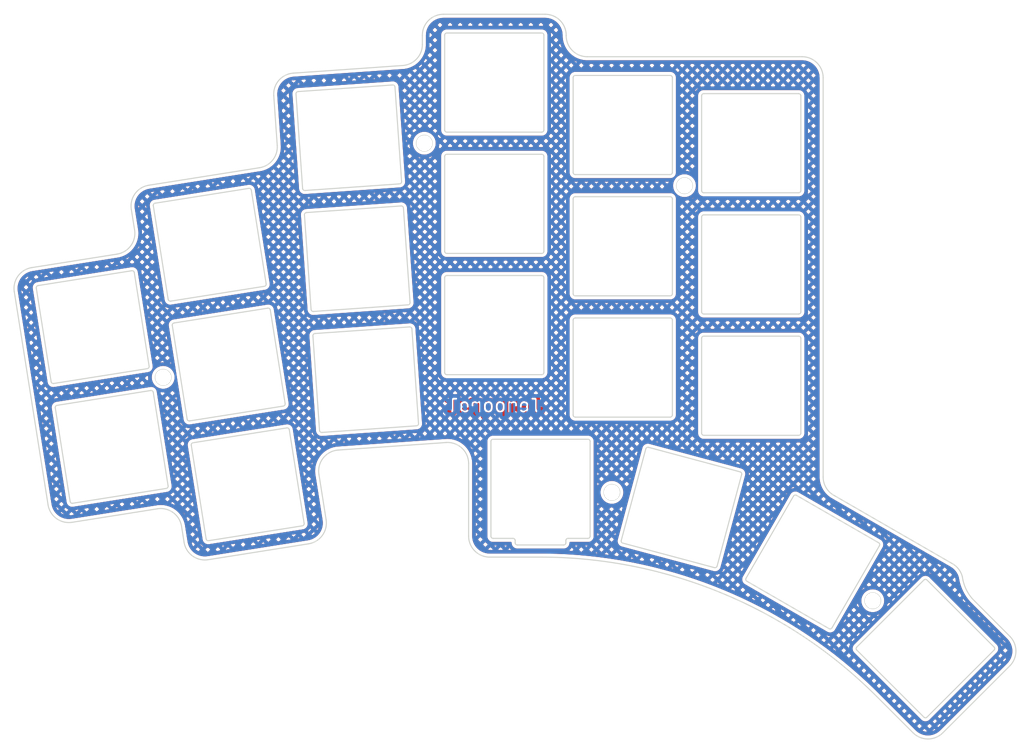
<source format=kicad_pcb>
(kicad_pcb (version 20241229) (generator "pcbnew") (generator_version "9.0")
  (title_block (title "top_plate_42") (date "2026-01-23") (rev "1") (company "Curtis Bollinger"))
  (layers (0 "F.Cu" signal) (2 "B.Cu" signal) (13 "F.Paste" user) (15 "B.Paste" user) (5 "F.SilkS" user "F.Silkscreen") (7 "B.SilkS" user "B.Silkscreen") (1 "F.Mask" user) (3 "B.Mask" user) (25 "Edge.Cuts" user))
  (net 0 "")
  (net 1 "GND")
  (footprint "ceoloide:mounting_hole_npth" (layer "F.Cu") (at 237.589872 126.585966)
    (property "Reference" "MH2" (hide yes))
    (property "Value" "")
    (pad "" np_thru_hole circle (at 0 0) (size 2.2 2.2) (drill 2.2) (layers "*.Cu" "*.Mask"))
  )
  (footprint "ceoloide:mounting_hole_npth" (layer "F.Cu") (at 263.966131 184.777683 -30)
    (property "Reference" "MH3" (hide yes))
    (property "Value" "")
    (pad "" np_thru_hole circle (at 0 0 330) (size 2.2 2.2) (drill 2.2) (layers "*.Cu" "*.Mask"))
  )
  (footprint "ceoloide:mounting_hole_npth" (layer "F.Cu") (at 164.554425 153.460789 9)
    (property "Reference" "MH5" (hide yes))
    (property "Value" "")
    (pad "" np_thru_hole circle (at 0 0 9) (size 2.2 2.2) (drill 2.2) (layers "*.Cu" "*.Mask"))
  )
  (footprint "ceoloide:mounting_hole_npth" (layer "F.Cu") (at 201.139872 120.635966)
    (property "Reference" "MH1" (hide yes))
    (property "Value" "")
    (pad "" np_thru_hole circle (at 0 0) (size 2.2 2.2) (drill 2.2) (layers "*.Cu" "*.Mask"))
  )
  (footprint "ceoloide:mounting_hole_npth" (layer "F.Cu") (at 227.419872 169.585966)
    (property "Reference" "MH4" (hide yes))
    (property "Value" "")
    (pad "" np_thru_hole circle (at 0 0) (size 2.2 2.2) (drill 2.2) (layers "*.Cu" "*.Mask"))
  )
  (gr_line (start 200.864372 106.798254) (end 200.864372 105.510466) (stroke (width 0.15)) (layer "Edge.Cuts"))
  (gr_line (start 222.289872 142.035966) (end 235.589872 142.035966) (stroke (width 0.15)) (layer "Edge.Cuts"))
  (gr_line (start 217.889872 135.785966) (end 217.889872 122.485966) (stroke (width 0.15)) (layer "Edge.Cuts"))
  (gr_line (start 217.889872 118.785966) (end 217.889872 105.485966) (stroke (width 0.15)) (layer "Edge.Cuts"))
  (gr_line (start 221.015372 105.560466) (end 221.015372 105.510466) (stroke (width 0.15)) (layer "Edge.Cuts"))
  (gr_arc (start 217.589872 139.185966) (mid 217.802034 139.273822) (end 217.889872 139.485966) (stroke (width 0.15)) (layer "Edge.Cuts"))
  (gr_arc (start 197.892768 129.430392) (mid 198.110528 129.503244) (end 198.212964 129.708734) (stroke (width 0.15)) (layer "Edge.Cuts"))
  (gr_circle (center 164.554425 153.460789) (end 165.654425 153.460789) (stroke (width 0.15)) (fill no) (layer "Edge.Cuts"))
  (gr_line (start 235.889872 124.735966) (end 235.889872 111.435966) (stroke (width 0.15)) (layer "Edge.Cuts"))
  (gr_line (start 162.541026 126.528675) (end 178.05226 124.071937) (stroke (width 0.15)) (layer "Edge.Cuts"))
  (gr_arc (start 217.889872 118.785966) (mid 217.802014 118.99811) (end 217.589872 119.085966) (stroke (width 0.15)) (layer "Edge.Cuts"))
  (gr_arc (start 235.562726 181.189418) (mid 242.879259 183.732609) (end 249.851136 187.107871) (stroke (width 0.15)) (layer "Edge.Cuts"))
  (gr_arc (start 210.469872 162.435966) (mid 210.55775 162.223846) (end 210.769872 162.135966) (stroke (width 0.15)) (layer "Edge.Cuts"))
  (gr_line (start 280.961223 191.272307) (end 271.556702 181.867787) (stroke (width 0.15)) (layer "Edge.Cuts"))
  (gr_line (start 181.640847 157.143221) (end 179.560268 144.006966) (stroke (width 0.15)) (layer "Edge.Cuts"))
  (gr_arc (start 170.914602 176.357738) (mid 170.691346 176.304125) (end 170.571365 176.108362) (stroke (width 0.15)) (layer "Edge.Cuts"))
  (gr_line (start 253.589872 113.685966) (end 240.289872 113.685966) (stroke (width 0.15)) (layer "Edge.Cuts"))
  (gr_arc (start 160.548745 132.807641) (mid 160.021652 135.003066) (end 158.096546 136.182803) (stroke (width 0.15)) (layer "Edge.Cuts"))
  (gr_line (start 203.989872 122.485966) (end 203.989872 135.785966) (stroke (width 0.15)) (layer "Edge.Cuts"))
  (gr_arc (start 258.249753 188.578739) (mid 258.067584 188.718528) (end 257.839946 188.688547) (stroke (width 0.15)) (layer "Edge.Cuts"))
  (gr_line (start 204.289872 136.085966) (end 217.589872 136.085966) (stroke (width 0.15)) (layer "Edge.Cuts"))
  (gr_line (start 221.989872 111.435966) (end 221.989872 124.735966) (stroke (width 0.15)) (layer "Edge.Cuts"))
  (gr_arc (start 217.589872 105.185966) (mid 217.802034 105.273822) (end 217.889872 105.485966) (stroke (width 0.15)) (layer "Edge.Cuts"))
  (gr_line (start 200.326585 159.934925) (end 199.398824 146.667323) (stroke (width 0.15)) (layer "Edge.Cuts"))
  (gr_line (start 264.492341 198.174012) (end 269.612159 203.29383) (stroke (width 0.15)) (layer "Edge.Cuts"))
  (gr_line (start 253.889872 127.285966) (end 253.889872 113.985966) (stroke (width 0.15)) (layer "Edge.Cuts"))
  (gr_line (start 271.132438 181.867787) (end 261.727918 191.272307) (stroke (width 0.15)) (layer "Edge.Cuts"))
  (gr_line (start 217.589872 139.185966) (end 204.289872 139.185966) (stroke (width 0.15)) (layer "Edge.Cuts"))
  (gr_line (start 253.889872 161.285966) (end 253.889872 147.985966) (stroke (width 0.15)) (layer "Edge.Cuts"))
  (gr_line (start 210.769872 176.035966) (end 213.569872 176.035966) (stroke (width 0.15)) (layer "Edge.Cuts"))
  (gr_arc (start 163.751808 171.888725) (mid 165.947261 172.415801) (end 167.12697 174.340924) (stroke (width 0.15)) (layer "Edge.Cuts"))
  (gr_line (start 189.083561 163.653758) (end 204.18859 162.597511) (stroke (width 0.15)) (layer "Edge.Cuts"))
  (gr_arc (start 151.800779 173.781582) (mid 149.605332 173.2545) (end 148.425617 171.329383) (stroke (width 0.15)) (layer "Edge.Cuts"))
  (gr_arc (start 213.569872 176.035966) (mid 213.782034 176.123822) (end 213.869872 176.335966) (stroke (width 0.15)) (layer "Edge.Cuts"))
  (gr_arc (start 253.889872 144.285966) (mid 253.802014 144.49811) (end 253.589872 144.585966) (stroke (width 0.15)) (layer "Edge.Cuts"))
  (gr_arc (start 197.954865 126.017747) (mid 197.882019 126.235507) (end 197.676523 126.337943) (stroke (width 0.15)) (layer "Edge.Cuts"))
  (gr_arc (start 204.289872 153.085966) (mid 204.07777 152.998086) (end 203.989872 152.785966) (stroke (width 0.15)) (layer "Edge.Cuts"))
  (gr_arc (start 199.078628 146.388981) (mid 199.296386 146.461822) (end 199.398824 146.667323) (stroke (width 0.15)) (layer "Edge.Cuts"))
  (gr_arc (start 271.556702 201.101092) (mid 271.34457 201.18896) (end 271.132438 201.101092) (stroke (width 0.15)) (layer "Edge.Cuts"))
  (gr_arc (start 203.989872 139.485966) (mid 204.07775 139.273846) (end 204.289872 139.185966) (stroke (width 0.15)) (layer "Edge.Cuts"))
  (gr_line (start 199.078628 146.388981) (end 185.811026 147.316742) (stroke (width 0.15)) (layer "Edge.Cuts"))
  (gr_arc (start 254.065372 108.510466) (mid 256.151367 109.374489) (end 257.015372 111.460466) (stroke (width 0.15)) (layer "Edge.Cuts"))
  (gr_line (start 158.096546 136.182803) (end 146.145517 138.07566) (stroke (width 0.15)) (layer "Edge.Cuts"))
  (gr_arc (start 253.589872 130.685966) (mid 253.802034 130.773822) (end 253.889872 130.985966) (stroke (width 0.15)) (layer "Edge.Cuts"))
  (gr_line (start 204.289872 153.085966) (end 217.589872 153.085966) (stroke (width 0.15)) (layer "Edge.Cuts"))
  (gr_arc (start 204.289872 119.085966) (mid 204.07777 118.998086) (end 203.989872 118.785966) (stroke (width 0.15)) (layer "Edge.Cuts"))
  (gr_line (start 240.289872 127.585966) (end 253.589872 127.585966) (stroke (width 0.15)) (layer "Edge.Cuts"))
  (gr_line (start 160.088827 129.903838) (end 160.548745 132.807641) (stroke (width 0.15)) (layer "Edge.Cuts"))
  (gr_line (start 235.589872 128.135966) (end 222.289872 128.135966) (stroke (width 0.15)) (layer "Edge.Cuts"))
  (gr_arc (start 277.875679 184.447544) (mid 276.986206 183.043917) (end 276.523384 181.447943) (stroke (width 0.15)) (layer "Edge.Cuts"))
  (gr_arc (start 151.859706 171.114021) (mid 151.636452 171.060409) (end 151.516469 170.864645) (stroke (width 0.15)) (layer "Edge.Cuts"))
  (gr_line (start 160.162136 138.513873) (end 147.025881 140.594452) (stroke (width 0.15)) (layer "Edge.Cuts"))
  (gr_line (start 218.065372 102.560466) (end 203.814372 102.560466) (stroke (width 0.15)) (layer "Edge.Cuts"))
  (gr_arc (start 264.789946 176.650793) (mid 264.929702 176.832957) (end 264.899753 177.060601) (stroke (width 0.15)) (layer "Edge.Cuts"))
  (gr_line (start 151.800779 173.781582) (end 163.751808 171.888725) (stroke (width 0.15)) (layer "Edge.Cuts"))
  (gr_line (start 165.245337 168.690206) (end 163.164759 155.553951) (stroke (width 0.15)) (layer "Edge.Cuts"))
  (gr_arc (start 246.321808 182.038546) (mid 246.182001 181.85638) (end 246.212 181.628739) (stroke (width 0.15)) (layer "Edge.Cuts"))
  (gr_line (start 176.557646 126.966888) (end 163.421391 129.047466) (stroke (width 0.15)) (layer "Edge.Cuts"))
  (gr_line (start 178.981461 140.352519) (end 176.900882 127.216264) (stroke (width 0.15)) (layer "Edge.Cuts"))
  (gr_arc (start 224.369872 175.735966) (mid 224.282014 175.94811) (end 224.069872 176.035966) (stroke (width 0.15)) (layer "Edge.Cuts"))
  (gr_arc (start 184.300233 173.933923) (mid 184.246654 174.157225) (end 184.050857 174.277159) (stroke (width 0.15)) (layer "Edge.Cuts"))
  (gr_line (start 239.989872 113.985966) (end 239.989872 127.285966) (stroke (width 0.15)) (layer "Edge.Cuts"))
  (gr_line (start 246.321808 182.038546) (end 257.839946 188.688547) (stroke (width 0.15)) (layer "Edge.Cuts"))
  (gr_arc (start 239.989872 113.985966) (mid 240.07775 113.773846) (end 240.289872 113.685966) (stroke (width 0.15)) (layer "Edge.Cuts"))
  (gr_line (start 149.435891 157.72839) (end 151.516469 170.864645) (stroke (width 0.15)) (layer "Edge.Cuts"))
  (gr_arc (start 165.8314 146.181405) (mid 165.885014 145.958156) (end 166.080777 145.838168) (stroke (width 0.15)) (layer "Edge.Cuts"))
  (gr_arc (start 222.289872 125.035966) (mid 222.07777 124.948086) (end 221.989872 124.735966) (stroke (width 0.15)) (layer "Edge.Cuts"))
  (gr_arc (start 242.155204 179.927167) (mid 242.015423 180.10933) (end 241.787781 180.139299) (stroke (width 0.15)) (layer "Edge.Cuts"))
  (gr_line (start 235.889872 158.735966) (end 235.889872 145.435966) (stroke (width 0.15)) (layer "Edge.Cuts"))
  (gr_line (start 197.954865 126.017747) (end 197.027104 112.750145) (stroke (width 0.15)) (layer "Edge.Cuts"))
  (gr_arc (start 180.044786 113.962225) (mid 180.761189 111.821041) (end 182.781819 110.813629) (stroke (width 0.15)) (layer "Edge.Cuts"))
  (gr_line (start 223.965372 108.510466) (end 254.065372 108.510466) (stroke (width 0.15)) (layer "Edge.Cuts"))
  (gr_line (start 165.8314 146.181405) (end 167.911979 159.31766) (stroke (width 0.15)) (layer "Edge.Cuts"))
  (gr_arc (start 252.862 170.110601) (mid 253.044161 169.970828) (end 253.271808 170.000793) (stroke (width 0.15)) (layer "Edge.Cuts"))
  (gr_arc (start 283.157748 189.752029) (mid 284.019893 191.837439) (end 283.155854 193.922064) (stroke (width 0.15)) (layer "Edge.Cuts"))
  (gr_line (start 185.594781 144.224293) (end 198.862383 143.296532) (stroke (width 0.15)) (layer "Edge.Cuts"))
  (gr_arc (start 214.169872 176.960966) (mid 213.95777 176.873086) (end 213.869872 176.660966) (stroke (width 0.15)) (layer "Edge.Cuts"))
  (gr_arc (start 240.289872 144.585966) (mid 240.07777 144.498086) (end 239.989872 144.285966) (stroke (width 0.15)) (layer "Edge.Cuts"))
  (gr_arc (start 199.140725 142.976336) (mid 199.067881 143.194091) (end 198.862383 143.296532) (stroke (width 0.15)) (layer "Edge.Cuts"))
  (gr_arc (start 143.693318 141.450823) (mid 144.220379 139.255348) (end 146.145517 138.07566) (stroke (width 0.15)) (layer "Edge.Cuts"))
  (gr_arc (start 235.889872 158.735966) (mid 235.802014 158.94811) (end 235.589872 159.035966) (stroke (width 0.15)) (layer "Edge.Cuts"))
  (gr_line (start 224.069872 162.135966) (end 210.769872 162.135966) (stroke (width 0.15)) (layer "Edge.Cuts"))
  (gr_arc (start 181.876417 160.548292) (mid 182.099653 160.601915) (end 182.219654 160.797668) (stroke (width 0.15)) (layer "Edge.Cuts"))
  (gr_line (start 235.589872 111.135966) (end 222.289872 111.135966) (stroke (width 0.15)) (layer "Edge.Cuts"))
  (gr_line (start 220.969872 176.660966) (end 220.969872 176.335966) (stroke (width 0.15)) (layer "Edge.Cuts"))
  (gr_line (start 278.032417 184.617381) (end 283.157748 189.752029) (stroke (width 0.15)) (layer "Edge.Cuts"))
  (gr_line (start 240.289872 144.585966) (end 253.589872 144.585966) (stroke (width 0.15)) (layer "Edge.Cuts"))
  (gr_line (start 179.217031 143.75759) (end 166.080777 145.838168) (stroke (width 0.15)) (layer "Edge.Cuts"))
  (gr_arc (start 220.969872 176.335966) (mid 221.05775 176.123846) (end 221.269872 176.035966) (stroke (width 0.15)) (layer "Edge.Cuts"))
  (gr_line (start 184.300233 173.933923) (end 182.219654 160.797668) (stroke (width 0.15)) (layer "Edge.Cuts"))
  (gr_line (start 170.914602 176.357738) (end 184.050857 174.277159) (stroke (width 0.15)) (layer "Edge.Cuts"))
  (gr_arc (start 185.594781 144.224293) (mid 185.377059 144.15142) (end 185.274585 143.945951) (stroke (width 0.15)) (layer "Edge.Cuts"))
  (gr_arc (start 200.864372 106.798254) (mid 200.07188 108.810168) (end 198.120154 109.741068) (stroke (width 0.15)) (layer "Edge.Cuts"))
  (gr_arc (start 235.589872 145.135966) (mid 235.802034 145.223822) (end 235.889872 145.435966) (stroke (width 0.15)) (layer "Edge.Cuts"))
  (gr_line (start 222.289872 159.035966) (end 235.589872 159.035966) (stroke (width 0.15)) (layer "Edge.Cuts"))
  (gr_arc (start 179.217031 143.75759) (mid 179.440322 143.811173) (end 179.560268 144.006966) (stroke (width 0.15)) (layer "Edge.Cuts"))
  (gr_arc (start 261.727918 191.696571) (mid 261.640008 191.484428) (end 261.727918 191.272307) (stroke (width 0.15)) (layer "Edge.Cuts"))
  (gr_line (start 253.589872 147.685966) (end 240.289872 147.685966) (stroke (width 0.15)) (layer "Edge.Cuts"))
  (gr_line (start 258.490372 169.982067) (end 275.131876 179.590044) (stroke (width 0.15)) (layer "Edge.Cuts"))
  (gr_arc (start 163.172015 129.390703) (mid 163.22563 129.16746) (end 163.421391 129.047466) (stroke (width 0.15)) (layer "Edge.Cuts"))
  (gr_arc (start 217.384887 178.661466) (mid 225.599348 179.169839) (end 233.688441 180.687205) (stroke (width 0.15)) (layer "Edge.Cuts"))
  (gr_line (start 253.889872 144.285966) (end 253.889872 130.985966) (stroke (width 0.15)) (layer "Edge.Cuts"))
  (gr_line (start 258.249753 188.578739) (end 264.899753 177.060601) (stroke (width 0.15)) (layer "Edge.Cuts"))
  (gr_arc (start 217.589872 122.185966) (mid 217.802034 122.273822) (end 217.889872 122.485966) (stroke (width 0.15)) (layer "Edge.Cuts"))
  (gr_arc (start 278.032417 184.617381) (mid 277.952383 184.533999) (end 277.875679 184.447544) (stroke (width 0.15)) (layer "Edge.Cuts"))
  (gr_line (start 213.869872 176.335966) (end 213.869872 176.660966) (stroke (width 0.15)) (layer "Edge.Cuts"))
  (gr_arc (start 275.131877 179.590044) (mid 276.018047 180.376377) (end 276.523384 181.447943) (stroke (width 0.15)) (layer "Edge.Cuts"))
  (gr_line (start 167.12697 174.340924) (end 167.480512 176.573099) (stroke (width 0.15)) (layer "Edge.Cuts"))
  (gr_line (start 165.59583 142.776334) (end 178.732085 140.695756) (stroke (width 0.15)) (layer "Edge.Cuts"))
  (gr_line (start 162.821522 155.304575) (end 149.685267 157.385153) (stroke (width 0.15)) (layer "Edge.Cuts"))
  (gr_arc (start 210.294372 178.661466) (mid 208.208437 177.797419) (end 207.344372 175.711466) (stroke (width 0.15)) (layer "Edge.Cuts"))
  (gr_circle (center 237.589872 126.585966) (end 238.689872 126.585966) (stroke (width 0.15)) (fill no) (layer "Edge.Cuts"))
  (gr_arc (start 203.989872 105.485966) (mid 204.07775 105.273846) (end 204.289872 105.185966) (stroke (width 0.15)) (layer "Edge.Cuts"))
  (gr_arc (start 162.821522 155.304575) (mid 163.044822 155.358154) (end 163.164759 155.553951) (stroke (width 0.15)) (layer "Edge.Cuts"))
  (gr_arc (start 184.346824 130.678349) (mid 184.419671 130.460588) (end 184.625166 130.358153) (stroke (width 0.15)) (layer "Edge.Cuts"))
  (gr_arc (start 180.533592 120.952475) (mid 179.899489 122.994695) (end 178.05226 124.071937) (stroke (width 0.15)) (layer "Edge.Cuts"))
  (gr_line (start 180.044786 113.962224) (end 180.533592 120.952475) (stroke (width 0.15)) (layer "Edge.Cuts"))
  (gr_line (start 252.862 170.110601) (end 246.212 181.628739) (stroke (width 0.15)) (layer "Edge.Cuts"))
  (gr_arc (start 253.889872 161.285966) (mid 253.802014 161.49811) (end 253.589872 161.585966) (stroke (width 0.15)) (layer "Edge.Cuts"))
  (gr_line (start 233.688441 180.687205) (end 235.562726 181.189418) (stroke (width 0.15)) (layer "Edge.Cuts"))
  (gr_line (start 203.989872 105.485966) (end 203.989872 118.785966) (stroke (width 0.15)) (layer "Edge.Cuts"))
  (gr_arc (start 183.160964 113.71976) (mid 183.233809 113.502004) (end 183.439306 113.399564) (stroke (width 0.15)) (layer "Edge.Cuts"))
  (gr_arc (start 258.490372 169.982067) (mid 257.41061 168.902288) (end 257.015372 167.427292) (stroke (width 0.15)) (layer "Edge.Cuts"))
  (gr_line (start 151.859706 171.114021) (end 164.995961 169.033443) (stroke (width 0.15)) (layer "Edge.Cuts"))
  (gr_line (start 257.015372 167.427292) (end 257.015372 111.460466) (stroke (width 0.15)) (layer "Edge.Cuts"))
  (gr_arc (start 170.855675 179.025298) (mid 168.660227 178.498215) (end 167.480512 176.573099) (stroke (width 0.15)) (layer "Edge.Cuts"))
  (gr_line (start 221.989872 128.435966) (end 221.989872 141.735966) (stroke (width 0.15)) (layer "Edge.Cuts"))
  (gr_line (start 232.171129 163.482769) (end 228.728835 176.329582) (stroke (width 0.15)) (layer "Edge.Cuts"))
  (gr_arc (start 273.784089 203.29383) (mid 271.698124 204.157865) (end 269.612159 203.29383) (stroke (width 0.15)) (layer "Edge.Cuts"))
  (gr_arc (start 187.38342 173.420788) (mid 186.856355 175.616265) (end 184.931221 176.795951) (stroke (width 0.15)) (layer "Edge.Cuts"))
  (gr_line (start 235.589872 145.135966) (end 222.289872 145.135966) (stroke (width 0.15)) (layer "Edge.Cuts"))
  (gr_arc (start 245.385366 166.71293) (mid 245.567512 166.852711) (end 245.597498 167.080353) (stroke (width 0.15)) (layer "Edge.Cuts"))
  (gr_line (start 143.693318 141.450823) (end 148.425617 171.329383) (stroke (width 0.15)) (layer "Edge.Cuts"))
  (gr_arc (start 168.490786 162.972107) (mid 168.544398 162.748854) (end 168.740162 162.62887) (stroke (width 0.15)) (layer "Edge.Cuts"))
  (gr_arc (start 186.375662 167.058053) (mid 186.980663 164.760185) (end 189.083561 163.653758) (stroke (width 0.15)) (layer "Edge.Cuts"))
  (gr_arc (start 251.531574 188.078073) (mid 258.324363 192.724989) (end 264.492341 198.174012) (stroke (width 0.15)) (layer "Edge.Cuts"))
  (gr_line (start 217.589872 105.185966) (end 204.289872 105.185966) (stroke (width 0.15)) (layer "Edge.Cuts"))
  (gr_line (start 168.490786 162.972107) (end 170.571365 176.108362) (stroke (width 0.15)) (layer "Edge.Cuts"))
  (gr_arc (start 240.289872 161.585966) (mid 240.07777 161.498086) (end 239.989872 161.285966) (stroke (width 0.15)) (layer "Edge.Cuts"))
  (gr_line (start 207.344372 165.540325) (end 207.344372 175.711466) (stroke (width 0.15)) (layer "Edge.Cuts"))
  (gr_line (start 149.20032 154.32332) (end 162.336575 152.242741) (stroke (width 0.15)) (layer "Edge.Cuts"))
  (gr_arc (start 223.965372 108.510466) (mid 221.879437 107.646419) (end 221.015372 105.560466) (stroke (width 0.15)) (layer "Edge.Cuts"))
  (gr_arc (start 200.326585 159.934925) (mid 200.253749 160.152705) (end 200.048243 160.255121) (stroke (width 0.15)) (layer "Edge.Cuts"))
  (gr_line (start 187.38342 173.420788) (end 186.375662 167.058053) (stroke (width 0.15)) (layer "Edge.Cuts"))
  (gr_arc (start 149.435891 157.72839) (mid 149.489511 157.505149) (end 149.685267 157.385153) (stroke (width 0.15)) (layer "Edge.Cuts"))
  (gr_arc (start 220.969872 176.660966) (mid 220.882014 176.87311) (end 220.669872 176.960966) (stroke (width 0.15)) (layer "Edge.Cuts"))
  (gr_line (start 146.776505 140.937689) (end 148.857083 154.073943) (stroke (width 0.15)) (layer "Edge.Cuts"))
  (gr_arc (start 204.289872 136.085966) (mid 204.07777 135.998086) (end 203.989872 135.785966) (stroke (width 0.15)) (layer "Edge.Cuts"))
  (gr_line (start 199.140725 142.976336) (end 198.212964 129.708734) (stroke (width 0.15)) (layer "Edge.Cuts"))
  (gr_line (start 228.940967 176.697006) (end 241.787781 180.139299) (stroke (width 0.15)) (layer "Edge.Cuts"))
  (gr_arc (start 178.981461 140.352519) (mid 178.927835 140.575743) (end 178.732085 140.695756) (stroke (width 0.15)) (layer "Edge.Cuts"))
  (gr_arc (start 228.940967 176.697006) (mid 228.758782 176.557231) (end 228.728835 176.329582) (stroke (width 0.15)) (layer "Edge.Cuts"))
  (gr_arc (start 184.408921 127.265704) (mid 184.19117 127.192847) (end 184.088725 126.987362) (stroke (width 0.15)) (layer "Edge.Cuts"))
  (gr_line (start 242.155204 179.927167) (end 245.597498 167.080353) (stroke (width 0.15)) (layer "Edge.Cuts"))
  (gr_arc (start 235.889872 141.735966) (mid 235.802014 141.94811) (end 235.589872 142.035966) (stroke (width 0.15)) (layer "Edge.Cuts"))
  (gr_line (start 222.289872 125.035966) (end 235.589872 125.035966) (stroke (width 0.15)) (layer "Edge.Cuts"))
  (gr_arc (start 217.889872 152.785966) (mid 217.802014 152.99811) (end 217.589872 153.085966) (stroke (width 0.15)) (layer "Edge.Cuts"))
  (gr_line (start 221.989872 145.435966) (end 221.989872 158.735966) (stroke (width 0.15)) (layer "Edge.Cuts"))
  (gr_arc (start 210.769872 176.035966) (mid 210.55777 175.948086) (end 210.469872 175.735966) (stroke (width 0.15)) (layer "Edge.Cuts"))
  (gr_arc (start 181.640847 157.143221) (mid 181.58727 157.366527) (end 181.391471 157.486458) (stroke (width 0.15)) (layer "Edge.Cuts"))
  (gr_arc (start 176.557646 126.966888) (mid 176.780928 127.020478) (end 176.900882 127.216264) (stroke (width 0.15)) (layer "Edge.Cuts"))
  (gr_circle (center 227.419872 169.585966) (end 228.519872 169.585966) (stroke (width 0.15)) (fill no) (layer "Edge.Cuts"))
  (gr_arc (start 280.961223 191.272307) (mid 281.049066 191.484428) (end 280.961223 191.696571) (stroke (width 0.15)) (layer "Edge.Cuts"))
  (gr_circle (center 263.966131 184.777683) (end 265.066131 184.777683) (stroke (width 0.15)) (fill no) (layer "Edge.Cuts"))
  (gr_line (start 264.789946 176.650793) (end 253.271808 170.000793) (stroke (width 0.15)) (layer "Edge.Cuts"))
  (gr_line (start 249.851136 187.107871) (end 251.531574 188.078073) (stroke (width 0.15)) (layer "Edge.Cuts"))
  (gr_arc (start 218.065372 102.560466) (mid 220.151367 103.424489) (end 221.015372 105.510466) (stroke (width 0.15)) (layer "Edge.Cuts"))
  (gr_line (start 184.408921 127.265704) (end 197.676523 126.337943) (stroke (width 0.15)) (layer "Edge.Cuts"))
  (gr_line (start 168.255216 159.567036) (end 181.391471 157.486458) (stroke (width 0.15)) (layer "Edge.Cuts"))
  (gr_arc (start 221.989872 128.435966) (mid 222.07775 128.223846) (end 222.289872 128.135966) (stroke (width 0.15)) (layer "Edge.Cuts"))
  (gr_line (start 235.889872 141.735966) (end 235.889872 128.435966) (stroke (width 0.15)) (layer "Edge.Cuts"))
  (gr_arc (start 239.989872 130.985966) (mid 240.07775 130.773846) (end 240.289872 130.685966) (stroke (width 0.15)) (layer "Edge.Cuts"))
  (gr_arc (start 162.585951 151.899504) (mid 162.532336 152.122759) (end 162.336575 152.242741) (stroke (width 0.15)) (layer "Edge.Cuts"))
  (gr_arc (start 149.20032 154.32332) (mid 148.977057 154.269714) (end 148.857083 154.073943) (stroke (width 0.15)) (layer "Edge.Cuts"))
  (gr_line (start 186.780641 161.182882) (end 200.048243 160.255121) (stroke (width 0.15)) (layer "Edge.Cuts"))
  (gr_circle (center 201.139872 120.635966) (end 202.239872 120.635966) (stroke (width 0.15)) (fill no) (layer "Edge.Cuts"))
  (gr_arc (start 160.162136 138.513873) (mid 160.385428 138.567458) (end 160.505373 138.763249) (stroke (width 0.15)) (layer "Edge.Cuts"))
  (gr_line (start 203.989872 139.485966) (end 203.989872 152.785966) (stroke (width 0.15)) (layer "Edge.Cuts"))
  (gr_arc (start 196.706908 112.471803) (mid 196.924639 112.544672) (end 197.027104 112.750145) (stroke (width 0.15)) (layer "Edge.Cuts"))
  (gr_arc (start 235.589872 111.135966) (mid 235.802034 111.223822) (end 235.889872 111.435966) (stroke (width 0.15)) (layer "Edge.Cuts"))
  (gr_arc (start 253.589872 147.685966) (mid 253.802034 147.773822) (end 253.889872 147.985966) (stroke (width 0.15)) (layer "Edge.Cuts"))
  (gr_line (start 217.889872 152.785966) (end 217.889872 139.485966) (stroke (width 0.15)) (layer "Edge.Cuts"))
  (gr_arc (start 217.889872 135.785966) (mid 217.802014 135.99811) (end 217.589872 136.085966) (stroke (width 0.15)) (layer "Edge.Cuts"))
  (gr_arc (start 160.088827 129.903838) (mid 160.615928 127.708419) (end 162.541026 126.528675) (stroke (width 0.15)) (layer "Edge.Cuts"))
  (gr_line (start 210.294372 178.661466) (end 217.384887 178.661466) (stroke (width 0.15)) (layer "Edge.Cuts"))
  (gr_line (start 239.989872 130.985966) (end 239.989872 144.285966) (stroke (width 0.15)) (layer "Edge.Cuts"))
  (gr_arc (start 203.989872 122.485966) (mid 204.07775 122.273846) (end 204.289872 122.185966) (stroke (width 0.15)) (layer "Edge.Cuts"))
  (gr_line (start 217.589872 122.185966) (end 204.289872 122.185966) (stroke (width 0.15)) (layer "Edge.Cuts"))
  (gr_arc (start 221.989872 111.435966) (mid 222.07775 111.223846) (end 222.289872 111.135966) (stroke (width 0.15)) (layer "Edge.Cuts"))
  (gr_line (start 214.169872 176.960966) (end 220.669872 176.960966) (stroke (width 0.15)) (layer "Edge.Cuts"))
  (gr_arc (start 232.171128 163.482769) (mid 232.310903 163.300601) (end 232.538552 163.270637) (stroke (width 0.15)) (layer "Edge.Cuts"))
  (gr_arc (start 221.989872 145.435966) (mid 222.07775 145.223846) (end 222.289872 145.135966) (stroke (width 0.15)) (layer "Edge.Cuts"))
  (gr_line (start 183.160964 113.71976) (end 184.088725 126.987362) (stroke (width 0.15)) (layer "Edge.Cuts"))
  (gr_arc (start 146.776505 140.937689) (mid 146.830126 140.714452) (end 147.025881 140.594452) (stroke (width 0.15)) (layer "Edge.Cuts"))
  (gr_line (start 170.855675 179.025298) (end 184.931221 176.795951) (stroke (width 0.15)) (layer "Edge.Cuts"))
  (gr_line (start 197.892768 129.430392) (end 184.625166 130.358153) (stroke (width 0.15)) (layer "Edge.Cuts"))
  (gr_arc (start 204.18859 162.597511) (mid 206.406278 163.382822) (end 207.344372 165.540325) (stroke (width 0.15)) (layer "Edge.Cuts"))
  (gr_line (start 273.784089 203.29383) (end 283.155854 193.922064) (stroke (width 0.15)) (layer "Edge.Cuts"))
  (gr_arc (start 186.780641 161.182882) (mid 186.562884 161.110032) (end 186.460445 160.90454) (stroke (width 0.15)) (layer "Edge.Cuts"))
  (gr_line (start 253.589872 130.685966) (end 240.289872 130.685966) (stroke (width 0.15)) (layer "Edge.Cuts"))
  (gr_arc (start 253.589872 113.685966) (mid 253.802034 113.773822) (end 253.889872 113.985966) (stroke (width 0.15)) (layer "Edge.Cuts"))
  (gr_line (start 204.289872 119.085966) (end 217.589872 119.085966) (stroke (width 0.15)) (layer "Edge.Cuts"))
  (gr_line (start 245.385366 166.71293) (end 232.538552 163.270637) (stroke (width 0.15)) (layer "Edge.Cuts"))
  (gr_arc (start 165.245337 168.690206) (mid 165.19172 168.913456) (end 164.995961 169.033443) (stroke (width 0.15)) (layer "Edge.Cuts"))
  (gr_arc (start 222.289872 159.035966) (mid 222.07777 158.948086) (end 221.989872 158.735966) (stroke (width 0.15)) (layer "Edge.Cuts"))
  (gr_line (start 184.346824 130.678349) (end 185.274585 143.945951) (stroke (width 0.15)) (layer "Edge.Cuts"))
  (gr_arc (start 240.289872 127.585966) (mid 240.07777 127.498086) (end 239.989872 127.285966) (stroke (width 0.15)) (layer "Edge.Cuts"))
  (gr_line (start 224.369872 175.735966) (end 224.369872 162.435966) (stroke (width 0.15)) (layer "Edge.Cuts"))
  (gr_line (start 162.585951 151.899504) (end 160.505373 138.763249) (stroke (width 0.15)) (layer "Edge.Cuts"))
  (gr_arc (start 224.069872 162.135966) (mid 224.282034 162.223822) (end 224.369872 162.435966) (stroke (width 0.15)) (layer "Edge.Cuts"))
  (gr_arc (start 239.989872 147.985966) (mid 240.07775 147.773846) (end 240.289872 147.685966) (stroke (width 0.15)) (layer "Edge.Cuts"))
  (gr_arc (start 253.889872 127.285966) (mid 253.802014 127.49811) (end 253.589872 127.585966) (stroke (width 0.15)) (layer "Edge.Cuts"))
  (gr_line (start 163.172015 129.390703) (end 165.252593 142.526958) (stroke (width 0.15)) (layer "Edge.Cuts"))
  (gr_arc (start 235.889872 124.735966) (mid 235.802014 124.94811) (end 235.589872 125.035966) (stroke (width 0.15)) (layer "Edge.Cuts"))
  (gr_arc (start 168.255216 159.567036) (mid 168.031952 159.513429) (end 167.911979 159.31766) (stroke (width 0.15)) (layer "Edge.Cuts"))
  (gr_line (start 239.989872 147.985966) (end 239.989872 161.285966) (stroke (width 0.15)) (layer "Edge.Cuts"))
  (gr_line (start 271.556702 201.101092) (end 280.961223 191.696571) (stroke (width 0.15)) (layer "Edge.Cuts"))
  (gr_line (start 210.469872 162.435966) (end 210.469872 175.735966) (stroke (width 0.15)) (layer "Edge.Cuts"))
  (gr_arc (start 200.864372 105.510466) (mid 201.728417 103.424513) (end 203.814372 102.560466) (stroke (width 0.15)) (layer "Edge.Cuts"))
  (gr_line (start 185.532684 147.636938) (end 186.460445 160.90454) (stroke (width 0.15)) (layer "Edge.Cuts"))
  (gr_arc (start 235.589872 128.135966) (mid 235.802034 128.223822) (end 235.889872 128.435966) (stroke (width 0.15)) (layer "Edge.Cuts"))
  (gr_line (start 181.876417 160.548292) (end 168.740162 162.62887) (stroke (width 0.15)) (layer "Edge.Cuts"))
  (gr_arc (start 165.59583 142.776334) (mid 165.372558 142.722734) (end 165.252593 142.526958) (stroke (width 0.15)) (layer "Edge.Cuts"))
  (gr_line (start 261.727918 191.696571) (end 271.132438 201.101092) (stroke (width 0.15)) (layer "Edge.Cuts"))
  (gr_line (start 196.706908 112.471803) (end 183.439306 113.399564) (stroke (width 0.15)) (layer "Edge.Cuts"))
  (gr_arc (start 185.532684 147.636938) (mid 185.605533 147.419172) (end 185.811026 147.316742) (stroke (width 0.15)) (layer "Edge.Cuts"))
  (gr_arc (start 271.132438 181.867787) (mid 271.34457 181.779919) (end 271.556702 181.867787) (stroke (width 0.15)) (layer "Edge.Cuts"))
  (gr_line (start 182.781819 110.813629) (end 198.120154 109.741068) (stroke (width 0.15)) (layer "Edge.Cuts"))
  (gr_line (start 221.269872 176.035966) (end 224.069872 176.035966) (stroke (width 0.15)) (layer "Edge.Cuts"))
  (gr_line (start 240.289872 161.585966) (end 253.589872 161.585966) (stroke (width 0.15)) (layer "Edge.Cuts"))
  (gr_arc (start 222.289872 142.035966) (mid 222.07777 141.948086) (end 221.989872 141.735966) (stroke (width 0.15)) (layer "Edge.Cuts"))
  (zone (net 0) (net_name "") (layer "F.Cu") (name "TEXT_Temporal_7") (connect_pads (clearance 0)) (min_thickness 0.25)
    (keepout (tracks allowed) (vias allowed) (pads allowed) (copperpour not_allowed) (footprints allowed))
    (fill (thermal_gap 0.5) (thermal_bridge_width 0.5))
    (polygon (pts (xy 205.066686 158.389413) (xy 205.001108 158.379469) (xy 204.958487 158.353021) (xy 204.93233 158.30992) (xy 204.922461 158.243478) (xy 204.922461 156.599601) (xy 204.514453 156.599601) (xy 204.455531 156.589646) (xy 204.41236 156.561621) (xy 204.38453 156.518219) (xy 204.374624 156.458917) (xy 204.384219 156.3995) (xy 204.411016 156.356213) (xy 204.45358 156.328353) (xy 204.514942 156.318233) (xy 205.625514 156.318233) (xy 205.686769 156.328349) (xy 205.729317 156.356213) (xy 205.756208 156.39951) (xy 205.765831 156.458917) (xy 205.755786 156.518167) (xy 205.727485 156.561621) (xy 205.683811 156.589634) (xy 205.624171 156.599601) (xy 205.210912 156.599601) (xy 205.210912 158.243478) (xy 205.201043 158.30992) (xy 205.174886 158.353021) (xy 205.132264 158.379469)))
  )
  (zone (net 0) (net_name "") (layer "F.Cu") (name "TEXT_Temporal_0") (connect_pads (clearance 0)) (min_thickness 0.25)
    (keepout (tracks allowed) (vias allowed) (pads allowed) (copperpour not_allowed) (footprints allowed))
    (fill (thermal_gap 0.5) (thermal_bridge_width 0.5))
    (polygon (pts (xy 210.309788 156.80307) (xy 210.399119 156.825575) (xy 210.472757 156.860819) (xy 210.567508 156.936989) (xy 210.637866 157.032888) (xy 210.686565 157.144657) (xy 210.717611 157.274811) (xy 210.73334 157.411119) (xy 210.738616 157.550194) (xy 210.732694 157.698419) (xy 210.714802 157.848171) (xy 210.680603 157.992254) (xy 210.627974 158.118059) (xy 210.580353 158.193403) (xy 210.521884 158.258409) (xy 210.451753 158.313942) (xy 210.372807 158.354391) (xy 210.276644 158.380163) (xy 210.159272 158.389413) (xy 210.063332 158.379852) (xy 209.981282 158.352486) (xy 209.910266 158.307836) (xy 209.851234 158.248119) (xy 209.80965 158.179359) (xy 209.784359 158.099741) (xy 209.784359 158.750892) (xy 209.774302 158.819771) (xy 209.748211 158.862145) (xy 209.705711 158.887761) (xy 209.640134 158.897438) (xy 209.574425 158.887816) (xy 209.531934 158.862389) (xy 209.505923 158.82019) (xy 209.495908 158.751747) (xy 209.495908 157.692588) (xy 209.784359 157.692588) (xy 209.790179 157.762127) (xy 209.808173 157.834737) (xy 209.836669 157.904678) (xy 209.874118 157.968582) (xy 209.921372 158.024442) (xy 209.978166 158.068966) (xy 210.042778 158.098278) (xy 210.112988 158.108045) (xy 210.217586 158.095175) (xy 210.291407 158.060662) (xy 210.34972 158.006063) (xy 210.393989 157.935243) (xy 210.423449 157.853623) (xy 210.440273 157.759511) (xy 210.450165 157.561552) (xy 210.437464 157.374706) (xy 210.419055 157.289215) (xy 210.39118 157.218635) (xy 210.350761 157.158596) (xy 210.29849 157.114099) (xy 210.234485 157.08633) (xy 210.152311 157.076363) (xy 210.080742 157.083679) (xy 210.011871 157.105672) (xy 209.948355 157.140077) (xy 209.893902 157.18383) (xy 209.848621 157.236367) (xy 209.81379 157.29667) (xy 209.791696 157.362283) (xy 209.784359 157.430515) (xy 209.784359 157.692588) (xy 209.495908 157.692588) (xy 209.495908 157.430515) (xy 209.495908 156.940808) (xy 209.505415 156.874438) (xy 209.530469 156.83151) (xy 209.572338 156.805121) (xy 209.640134 156.794996) (xy 209.705581 156.804993) (xy 209.748211 156.831632) (xy 209.774461 156.874744) (xy 209.784359 156.941175) (xy 209.784359 157.109825) (xy 209.812666 157.042041) (xy 209.845908 156.981963) (xy 209.886055 156.928255) (xy 209.932614 156.883656) (xy 209.986253 156.847389) (xy 210.048752 156.818931) (xy 210.117726 156.801309) (xy 210.201282 156.794996)))
  )
  (zone (net 0) (net_name "") (layer "F.Cu") (name "TEXT_Temporal_3") (connect_pads (clearance 0)) (min_thickness 0.25)
    (keepout (tracks allowed) (vias allowed) (pads allowed) (copperpour not_allowed) (footprints allowed))
    (fill (thermal_gap 0.5) (thermal_bridge_width 0.5))
    (polygon (pts (xy 211.886714 156.802416) (xy 211.981984 156.823464) (xy 212.064366 156.856911) (xy 212.174901 156.929846) (xy 212.264523 157.024095) (xy 212.332487 157.13765) (xy 212.38066 157.275665) (xy 212.407657 157.425592) (xy 212.417053 157.593303) (xy 212.407309 157.761141) (xy 212.379195 157.912407) (xy 212.329989 158.05185) (xy 212.261714 158.166785) (xy 212.171999 158.262149) (xy 212.061557 158.335435) (xy 211.979207 158.368897) (xy 211.884814 158.389864) (xy 211.776159 158.397229) (xy 211.667505 158.389867) (xy 211.573068 158.3689) (xy 211.49064 158.335435) (xy 211.380299 158.262158) (xy 211.290605 158.166785) (xy 211.222302 158.051854) (xy 211.173002 157.912407) (xy 211.144979 157.761146) (xy 211.135429 157.596112) (xy 211.423717 157.596112) (xy 211.429191 157.708813) (xy 211.444722 157.80726) (xy 211.472002 157.898326) (xy 211.50908 157.973223) (xy 211.558517 158.036248) (xy 211.618134 158.082888) (xy 211.688729 158.112011) (xy 211.776159 158.122333) (xy 211.863679 158.112003) (xy 211.934185 158.082888) (xy 211.993877 158.036233) (xy 212.043239 157.973223) (xy 212.080254 157.898137) (xy 212.107597 157.805795) (xy 212.123148 157.706162) (xy 212.128602 157.593303) (xy 212.123472 157.480565) (xy 212.10894 157.382277) (xy 212.08272 157.291359) (xy 212.046048 157.217658) (xy 211.996541 157.155854) (xy 211.93565 157.109336) (xy 211.863893 157.080178) (xy 211.776159 157.069891) (xy 211.688532 157.080174) (xy 211.616791 157.109336) (xy 211.555979 157.156108) (xy 211.506271 157.219123) (xy 211.469512 157.293966) (xy 211.443256 157.385086) (xy 211.428816 157.483369) (xy 211.423717 157.596112) (xy 211.135429 157.596112) (xy 211.135266 157.593303) (xy 211.144685 157.425771) (xy 211.171658 157.277131) (xy 211.220007 157.140151) (xy 211.289139 157.025561) (xy 211.380027 156.930048) (xy 211.49064 156.856911) (xy 211.573075 156.823377) (xy 211.667512 156.802371) (xy 211.776159 156.794996)))
  )
  (zone (net 0) (net_name "") (layer "F.Cu") (name "TEXT_Temporal_2") (connect_pads (clearance 0)) (min_thickness 0.25)
    (keepout (tracks allowed) (vias allowed) (pads allowed) (copperpour not_allowed) (footprints allowed))
    (fill (thermal_gap 0.5) (thermal_bridge_width 0.5))
    (polygon (pts (xy 209.038271 158.387017) (xy 208.979212 158.397229) (xy 208.919799 158.387063) (xy 208.874066 158.357905) (xy 208.844253 158.312381) (xy 208.833522 158.248118) (xy 208.833522 157.230603) (xy 208.826045 157.16288) (xy 208.804212 157.102741) (xy 208.779852 157.071487) (xy 208.744443 157.052212) (xy 208.693937 157.0451) (xy 208.64709 157.051911) (xy 208.61334 157.070624) (xy 208.589279 157.101398) (xy 208.567484 157.160284) (xy 208.55997 157.227794) (xy 208.55997 158.262284) (xy 208.549718 158.320899) (xy 208.521135 158.362058) (xy 208.478607 158.388309) (xy 208.427101 158.397229) (xy 208.375575 158.388313) (xy 208.332946 158.362058) (xy 208.304457 158.32091) (xy 208.294233 158.262284) (xy 208.294233 157.230603) (xy 208.286935 157.16284) (xy 208.265657 157.102741) (xy 208.241731 157.071614) (xy 208.20615 157.052286) (xy 208.154526 157.0451) (xy 208.104478 157.051863) (xy 208.068688 157.070254) (xy 208.043396 157.099933) (xy 208.020236 157.158152) (xy 208.012133 157.227794) (xy 208.012133 158.248118) (xy 208.001712 158.312501) (xy 207.972932 158.357905) (xy 207.928814 158.387134) (xy 207.872182 158.397229) (xy 207.812541 158.387108) (xy 207.765692 158.357905) (xy 207.734745 158.312267) (xy 207.723682 158.24824) (xy 207.723682 156.921513) (xy 207.734295 156.865986) (xy 207.764226 156.827358) (xy 207.808657 156.803344) (xy 207.863755 156.794996) (xy 207.92095 156.803488) (xy 207.964506 156.827358) (xy 207.993392 156.865862) (xy 208.003706 156.921513) (xy 208.003706 157.008586) (xy 208.040421 156.918211) (xy 208.089436 156.852637) (xy 208.13154 156.822033) (xy 208.18773 156.802281) (xy 208.26236 156.794996) (xy 208.340379 156.802924) (xy 208.40193 156.824889) (xy 208.450671 156.85972) (xy 208.505292 156.93008) (xy 208.532248 157.008586) (xy 208.564289 156.925858) (xy 208.621641 156.856911) (xy 208.671753 156.823805) (xy 208.735677 156.802674) (xy 208.817279 156.794996) (xy 208.896897 156.802891) (xy 208.958452 156.824549) (xy 209.010858 156.859734) (xy 209.053462 156.906126) (xy 209.085243 156.961857) (xy 209.106585 157.02837) (xy 209.118004 157.100206) (xy 209.121972 157.180044) (xy 209.121972 158.24824) (xy 209.111556 158.312517) (xy 209.082771 158.357905)))
  )
  (zone (net 0) (net_name "") (layer "F.Cu") (name "TEXT_Temporal_1") (connect_pads (clearance 0)) (min_thickness 0.25)
    (keepout (tracks allowed) (vias allowed) (pads allowed) (copperpour not_allowed) (footprints allowed))
    (fill (thermal_gap 0.5) (thermal_bridge_width 0.5))
    (polygon (pts (xy 206.8746 156.802278) (xy 206.968261 156.822582) (xy 207.04603 156.854224) (xy 207.148828 156.924789) (xy 207.229457 157.017501) (xy 207.288576 157.12838) (xy 207.328864 157.259668) (xy 207.350694 157.400752) (xy 207.358295 157.55801) (xy 207.348564 157.615452) (xy 207.320437 157.660836) (xy 207.277007 157.691027) (xy 207.218221 157.701625) (xy 206.38975 157.701625) (xy 206.40963 157.803656) (xy 206.438598 157.886395) (xy 206.479059 157.958966) (xy 206.526892 158.015111) (xy 206.583977 158.05918) (xy 206.648647 158.090704) (xy 206.719096 158.109464) (xy 206.795681 158.115861) (xy 206.909293 158.105536) (xy 206.991564 158.078125) (xy 207.109167 158.009493) (xy 207.149711 157.980184) (xy 207.190378 157.973101) (xy 207.243742 157.984097) (xy 207.28551 158.016698) (xy 207.313039 158.063027) (xy 207.322025 158.113541) (xy 207.309324 158.171182) (xy 207.292094 158.197772) (xy 207.257545 158.234196) (xy 207.16229 158.304538) (xy 207.053113 158.35644) (xy 206.928549 158.387337) (xy 206.789942 158.397229) (xy 206.680844 158.390603) (xy 206.583829 158.371581) (xy 206.497217 158.341053) (xy 206.379615 158.272575) (xy 206.283016 158.180829) (xy 206.207436 158.068163) (xy 206.150025 157.930603) (xy 206.115872 157.779269) (xy 206.103864 157.604538) (xy 206.112088 157.459336) (xy 206.38975 157.459336) (xy 207.042733 157.459336) (xy 207.070699 157.443949) (xy 207.080341 157.42346) (xy 207.084743 157.377637) (xy 207.07952 157.322283) (xy 207.063738 157.267972) (xy 207.037582 157.217429) (xy 207.000601 157.172229) (xy 206.954652 157.134285) (xy 206.898263 157.10323) (xy 206.835361 157.08331) (xy 206.762464 157.076363) (xy 206.684037 157.083671) (xy 206.616651 157.104573) (xy 206.556574 157.138527) (xy 206.506009 157.183464) (xy 206.464743 157.238117) (xy 206.43176 157.303143) (xy 206.407681 157.374897) (xy 206.38975 157.459336) (xy 206.112088 157.459336) (xy 206.112673 157.449014) (xy 206.13879 157.299723) (xy 206.185385 157.159254) (xy 206.252241 157.039605) (xy 206.309479 156.969943) (xy 206.376814 156.910623) (xy 206.455207 156.861063) (xy 206.540781 156.825574) (xy 206.641978 156.80302) (xy 206.761854 156.794996)))
  )
  (zone (net 0) (net_name "") (layer "F.Cu") (name "TEXT_Temporal_6") (connect_pads (clearance 0)) (min_thickness 0.25)
    (keepout (tracks allowed) (vias allowed) (pads allowed) (copperpour not_allowed) (footprints allowed))
    (fill (thermal_gap 0.5) (thermal_bridge_width 0.5))
    (polygon (pts (xy 216.698603 156.326105) (xy 216.759218 156.347329) (xy 216.804021 156.380027) (xy 216.836488 156.425113) (xy 216.857607 156.486199) (xy 216.865448 156.568338) (xy 216.865448 157.711395) (xy 216.873238 157.84819) (xy 216.893566 157.946853) (xy 216.922845 158.01621) (xy 216.96796 158.072258) (xy 217.023269 158.104658) (xy 217.092227 158.115861) (xy 217.192977 158.107434) (xy 217.243791 158.094666) (xy 217.302276 158.07092) (xy 217.36482 158.051641) (xy 217.412796 158.056876) (xy 217.454234 158.082671) (xy 217.492663 158.132591) (xy 217.516887 158.194118) (xy 217.515011 158.24531) (xy 217.491372 158.289324) (xy 217.445036 158.323956) (xy 217.353086 158.363131) (xy 217.257457 158.384528) (xy 217.041913 158.397229) (xy 216.938944 158.387489) (xy 216.848595 158.359371) (xy 216.768891 158.311578) (xy 216.701561 158.242867) (xy 216.649719 158.156656) (xy 216.609115 158.043565) (xy 216.585637 157.91697) (xy 216.576997 157.75719) (xy 216.576997 156.707434) (xy 216.568281 156.651381) (xy 216.545001 156.614866) (xy 216.507754 156.592361) (xy 216.451944 156.58397) (xy 216.273891 156.58397) (xy 216.215673 156.574806) (xy 216.176561 156.55002) (xy 216.152254 156.510332) (xy 216.143221 156.451102) (xy 216.152283 156.391883) (xy 216.176683 156.352183) (xy 216.215912 156.327397) (xy 216.274258 156.318233) (xy 216.617175 156.318233)))
  )
  (zone (net 0) (net_name "") (layer "F.Cu") (name "TEXT_Temporal_4") (connect_pads (clearance 0)) (min_thickness 0.25)
    (keepout (tracks allowed) (vias allowed) (pads allowed) (copperpour not_allowed) (footprints allowed))
    (fill (thermal_gap 0.5) (thermal_bridge_width 0.5))
    (polygon (pts (xy 213.821819 156.813248) (xy 213.908399 156.844821) (xy 213.979991 156.896224) (xy 214.035284 156.963523) (xy 214.07478 157.043786) (xy 214.100741 157.139622) (xy 214.114256 157.242187) (xy 214.118937 157.3548) (xy 214.118937 157.388261) (xy 214.109316 157.454351) (xy 214.083888 157.497194) (xy 214.041738 157.523473) (xy 213.973246 157.533586) (xy 213.907311 157.523553) (xy 213.865413 157.497072) (xy 213.840086 157.454093) (xy 213.830486 157.387651) (xy 213.830486 157.359563) (xy 213.820716 157.248921) (xy 213.807113 157.19959) (xy 213.787255 157.159162) (xy 213.75906 157.125468) (xy 213.720455 157.098834) (xy 213.673455 157.082524) (xy 213.607859 157.076363) (xy 213.53575 157.081237) (xy 213.463023 157.096025) (xy 213.393654 157.121391) (xy 213.330887 157.157818) (xy 213.276439 157.204582) (xy 213.233434 157.260156) (xy 213.20564 157.324433) (xy 213.195943 157.401695) (xy 213.195943 158.251293) (xy 213.186077 158.319926) (xy 213.160528 158.36218) (xy 213.118481 158.387532) (xy 213.051718 158.397229) (xy 212.984934 158.387536) (xy 212.942785 158.36218) (xy 212.91733 158.320056) (xy 212.907492 158.251538) (xy 212.907492 156.94435) (xy 212.917232 156.878294) (xy 212.942785 156.836517) (xy 212.984934 156.81116) (xy 213.051718 156.801468) (xy 213.118505 156.811106) (xy 213.160528 156.836273) (xy 213.186187 156.877782) (xy 213.195943 156.943251) (xy 213.195943 157.093216) (xy 213.2272 157.029938) (xy 213.271292 156.972438) (xy 213.325625 156.922691) (xy 213.38975 156.880725) (xy 213.46053 156.847633) (xy 213.53886 156.822351) (xy 213.620494 156.806689) (xy 213.70348 156.801468)))
  )
  (zone (net 0) (net_name "") (layer "F.Cu") (name "TEXT_Temporal_5") (connect_pads (clearance 0)) (min_thickness 0.25)
    (keepout (tracks allowed) (vias allowed) (pads allowed) (copperpour not_allowed) (footprints allowed))
    (fill (thermal_gap 0.5) (thermal_bridge_width 0.5))
    (polygon (pts (xy 215.672731 156.804407) (xy 215.708713 156.827358) (xy 215.726201 156.866017) (xy 215.725444 156.932748) (xy 215.686243 157.253195) (xy 215.672321 157.572298) (xy 215.677826 157.734771) (xy 215.69467 157.90398) (xy 215.721432 158.075757) (xy 215.759028 158.262284) (xy 215.763596 158.324864) (xy 215.750601 158.363523) (xy 215.719537 158.387394) (xy 215.656201 158.397229) (xy 215.589194 158.388225) (xy 215.540064 158.363523) (xy 215.504457 158.322683) (xy 215.4823 158.262162) (xy 215.435528 158.031597) (xy 215.399136 158.118914) (xy 215.352333 158.198706) (xy 215.296802 158.265714) (xy 215.232196 158.321269) (xy 215.15867 158.362498) (xy 215.072322 158.388172) (xy 214.970123 158.397229) (xy 214.8714 158.388336) (xy 214.779369 158.362058) (xy 214.696164 158.316456) (xy 214.623665 158.24824) (xy 214.565899 158.160946) (xy 214.517175 158.043076) (xy 214.487589 157.908649) (xy 214.477552 157.747787) (xy 214.764959 157.747787) (xy 214.772538 157.861092) (xy 214.793083 157.94935) (xy 214.824188 158.017553) (xy 214.870671 158.071999) (xy 214.930316 158.104397) (xy 215.007492 158.115861) (xy 215.08622 158.105297) (xy 215.158312 158.073729) (xy 215.222036 158.023521) (xy 215.279579 157.952829) (xy 215.325152 157.868463) (xy 215.3614 157.763296) (xy 215.383177 157.648182) (xy 215.390954 157.511848) (xy 215.385214 157.364326) (xy 215.37546 157.289216) (xy 215.358469 157.223886) (xy 215.330746 157.165619) (xy 215.290814 157.118617) (xy 215.237401 157.08777) (xy 215.159778 157.076363) (xy 215.078561 157.089171) (xy 215.001753 157.128387) (xy 214.934876 157.188495) (xy 214.876212 157.27017) (xy 214.830775 157.365749) (xy 214.794512 157.48376) (xy 214.772531 157.60993) (xy 214.764959 157.747787) (xy 214.477552 157.747787) (xy 214.476508 157.731056) (xy 214.486916 157.540589) (xy 214.517175 157.365669) (xy 214.568893 157.202305) (xy 214.637709 157.067693) (xy 214.696352 156.988541) (xy 214.763494 156.922387) (xy 214.839697 156.868146) (xy 214.92374 156.828047) (xy 215.016988 156.803483) (xy 215.121432 156.794996) (xy 215.208761 156.803282) (xy 215.278553 156.826286) (xy 215.334533 156.862651) (xy 215.390359 156.924048) (xy 215.435528 156.997595) (xy 215.443954 156.932871) (xy 215.464021 156.865419) (xy 215.4961 156.826014) (xy 215.541771 156.803313) (xy 215.604666 156.794996)))
  )
  (zone (net 1) (net_name "GND") (layer "F.Cu") (connect_pads (clearance 0.2)) (min_thickness 0.2) (fill yes (mode hatch) (thermal_gap 0.254) (thermal_bridge_width 0.4) (smoothing fillet) (radius 0.5) (hatch_thickness 0.5) (hatch_gap 0.5) (hatch_orientation 45) (hatch_smoothing_level 1) (hatch_smoothing_value 0.1) (hatch_border_algorithm hatch_thickness) (hatch_min_hole_area 0.3))
    (polygon (pts (xy 141.693318 100.560466) (xy 285.157748 100.560466) (xy 285.157748 205.29383) (xy 141.693318 205.29383)))
  )
  (zone (net 0) (net_name "") (layer "B.Cu") (name "TEXT_Temporal_3") (connect_pads (clearance 0)) (min_thickness 0.25)
    (keepout (tracks allowed) (vias allowed) (pads allowed) (copperpour not_allowed) (footprints allowed))
    (fill (thermal_gap 0.5) (thermal_bridge_width 0.5))
    (polygon (pts (xy 208.894809 158.387536) (xy 208.828025 158.397229) (xy 208.761262 158.387532) (xy 208.719215 158.36218) (xy 208.693666 158.319926) (xy 208.6838 158.251293) (xy 208.6838 157.401695) (xy 208.674103 157.324433) (xy 208.646309 157.260156) (xy 208.603304 157.204582) (xy 208.548856 157.157818) (xy 208.486089 157.121391) (xy 208.41672 157.096025) (xy 208.343993 157.081237) (xy 208.271884 157.076363) (xy 208.206288 157.082524) (xy 208.159288 157.098834) (xy 208.120683 157.125468) (xy 208.092488 157.159162) (xy 208.07263 157.19959) (xy 208.059027 157.248921) (xy 208.049257 157.359563) (xy 208.049257 157.387651) (xy 208.039657 157.454093) (xy 208.01433 157.497072) (xy 207.972432 157.523553) (xy 207.906497 157.533586) (xy 207.838005 157.523473) (xy 207.795855 157.497194) (xy 207.770427 157.454351) (xy 207.760806 157.388261) (xy 207.760806 157.3548) (xy 207.765487 157.242187) (xy 207.779002 157.139622) (xy 207.804963 157.043786) (xy 207.844459 156.963523) (xy 207.899752 156.896224) (xy 207.971344 156.844821) (xy 208.057924 156.813248) (xy 208.176263 156.801468) (xy 208.259249 156.806689) (xy 208.340883 156.822351) (xy 208.419213 156.847633) (xy 208.489993 156.880725) (xy 208.554118 156.922691) (xy 208.608451 156.972438) (xy 208.652543 157.029938) (xy 208.6838 157.093216) (xy 208.6838 156.943251) (xy 208.693556 156.877782) (xy 208.719215 156.836273) (xy 208.761238 156.811106) (xy 208.828025 156.801468) (xy 208.894809 156.81116) (xy 208.936958 156.836517) (xy 208.962511 156.878294) (xy 208.972251 156.94435) (xy 208.972251 158.251538) (xy 208.962413 158.320056) (xy 208.936958 158.36218)))
  )
  (zone (net 0) (net_name "") (layer "B.Cu") (name "TEXT_Temporal_0") (connect_pads (clearance 0)) (min_thickness 0.25)
    (keepout (tracks allowed) (vias allowed) (pads allowed) (copperpour not_allowed) (footprints allowed))
    (fill (thermal_gap 0.5) (thermal_bridge_width 0.5))
    (polygon (pts (xy 212.307405 156.805121) (xy 212.349274 156.83151) (xy 212.374328 156.874438) (xy 212.383835 156.940808) (xy 212.383835 158.751747) (xy 212.37382 158.82019) (xy 212.347809 158.862389) (xy 212.305318 158.887816) (xy 212.239609 158.897438) (xy 212.174032 158.887761) (xy 212.131532 158.862145) (xy 212.105441 158.819771) (xy 212.095384 158.750892) (xy 212.095384 158.099741) (xy 212.070093 158.179359) (xy 212.028509 158.248119) (xy 211.969477 158.307836) (xy 211.898461 158.352486) (xy 211.816411 158.379852) (xy 211.720471 158.389413) (xy 211.603099 158.380163) (xy 211.506936 158.354391) (xy 211.42799 158.313942) (xy 211.357859 158.258409) (xy 211.29939 158.193403) (xy 211.251769 158.118059) (xy 211.19914 157.992254) (xy 211.164941 157.848171) (xy 211.147049 157.698419) (xy 211.141581 157.561552) (xy 211.429578 157.561552) (xy 211.43947 157.759511) (xy 211.456294 157.853623) (xy 211.485754 157.935243) (xy 211.530023 158.006063) (xy 211.588336 158.060662) (xy 211.662157 158.095175) (xy 211.766755 158.108045) (xy 211.836965 158.098278) (xy 211.901577 158.068966) (xy 211.958371 158.024442) (xy 212.005625 157.968582) (xy 212.043074 157.904678) (xy 212.07157 157.834737) (xy 212.089564 157.762127) (xy 212.095384 157.692588) (xy 212.095384 157.430515) (xy 212.088047 157.362283) (xy 212.065953 157.29667) (xy 212.031122 157.236367) (xy 211.985841 157.18383) (xy 211.931388 157.140077) (xy 211.867872 157.105672) (xy 211.799001 157.083679) (xy 211.727432 157.076363) (xy 211.645258 157.08633) (xy 211.581253 157.114099) (xy 211.528982 157.158596) (xy 211.488563 157.218635) (xy 211.460688 157.289215) (xy 211.442279 157.374706) (xy 211.429578 157.561552) (xy 211.141581 157.561552) (xy 211.141127 157.550194) (xy 211.146403 157.411119) (xy 211.162132 157.274811) (xy 211.193178 157.144657) (xy 211.241877 157.032888) (xy 211.312235 156.936989) (xy 211.406986 156.860819) (xy 211.480624 156.825575) (xy 211.569955 156.80307) (xy 211.678461 156.794996) (xy 211.762017 156.801309) (xy 211.830991 156.818931) (xy 211.89349 156.847389) (xy 211.947129 156.883656) (xy 211.993688 156.928255) (xy 212.033835 156.981963) (xy 212.067077 157.042041) (xy 212.095384 157.109825) (xy 212.095384 156.941175) (xy 212.105282 156.874744) (xy 212.131532 156.831632) (xy 212.174162 156.804993) (xy 212.239609 156.794996)))
  )
  (zone (net 0) (net_name "") (layer "B.Cu") (name "TEXT_Temporal_5") (connect_pads (clearance 0)) (min_thickness 0.25)
    (keepout (tracks allowed) (vias allowed) (pads allowed) (copperpour not_allowed) (footprints allowed))
    (fill (thermal_gap 0.5) (thermal_bridge_width 0.5))
    (polygon (pts (xy 214.067202 158.387108) (xy 214.007561 158.397229) (xy 213.950929 158.387134) (xy 213.906811 158.357905) (xy 213.878031 158.312501) (xy 213.86761 158.248118) (xy 213.86761 157.227794) (xy 213.859507 157.158152) (xy 213.836347 157.099933) (xy 213.811055 157.070254) (xy 213.775265 157.051863) (xy 213.725217 157.0451) (xy 213.673593 157.052286) (xy 213.638012 157.071614) (xy 213.614086 157.102741) (xy 213.592808 157.16284) (xy 213.58551 157.230603) (xy 213.58551 158.262284) (xy 213.575286 158.32091) (xy 213.546797 158.362058) (xy 213.504168 158.388313) (xy 213.452642 158.397229) (xy 213.401136 158.388309) (xy 213.358608 158.362058) (xy 213.330025 158.320899) (xy 213.319773 158.262284) (xy 213.319773 157.227794) (xy 213.312259 157.160284) (xy 213.290464 157.101398) (xy 213.266403 157.070624) (xy 213.232653 157.051911) (xy 213.185806 157.0451) (xy 213.1353 157.052212) (xy 213.099891 157.071487) (xy 213.075531 157.102741) (xy 213.053698 157.16288) (xy 213.046221 157.230603) (xy 213.046221 158.248118) (xy 213.03549 158.312381) (xy 213.005677 158.357905) (xy 212.959944 158.387063) (xy 212.900531 158.397229) (xy 212.841472 158.387017) (xy 212.796972 158.357905) (xy 212.768187 158.312517) (xy 212.757771 158.24824) (xy 212.757771 157.180044) (xy 212.761739 157.100206) (xy 212.773158 157.02837) (xy 212.7945 156.961857) (xy 212.826281 156.906126) (xy 212.868885 156.859734) (xy 212.921291 156.824549) (xy 212.982846 156.802891) (xy 213.062464 156.794996) (xy 213.144066 156.802674) (xy 213.20799 156.823805) (xy 213.258102 156.856911) (xy 213.315454 156.925858) (xy 213.347495 157.008586) (xy 213.374451 156.93008) (xy 213.429072 156.85972) (xy 213.477813 156.824889) (xy 213.539364 156.802924) (xy 213.617383 156.794996) (xy 213.692013 156.802281) (xy 213.748203 156.822033) (xy 213.790307 156.852637) (xy 213.839322 156.918211) (xy 213.876037 157.008586) (xy 213.876037 156.921513) (xy 213.886351 156.865862) (xy 213.915237 156.827358) (xy 213.958793 156.803488) (xy 214.015988 156.794996) (xy 214.071086 156.803344) (xy 214.115517 156.827358) (xy 214.145448 156.865986) (xy 214.156061 156.921513) (xy 214.156061 158.24824) (xy 214.144998 158.312267) (xy 214.114051 158.357905)))
  )
  (zone (net 0) (net_name "") (layer "B.Cu") (name "TEXT_Temporal_4") (connect_pads (clearance 0)) (min_thickness 0.25)
    (keepout (tracks allowed) (vias allowed) (pads allowed) (copperpour not_allowed) (footprints allowed))
    (fill (thermal_gap 0.5) (thermal_bridge_width 0.5))
    (polygon (pts (xy 210.212231 156.802371) (xy 210.306668 156.823377) (xy 210.389103 156.856911) (xy 210.499716 156.930048) (xy 210.590604 157.025561) (xy 210.659736 157.140151) (xy 210.708085 157.277131) (xy 210.735058 157.425771) (xy 210.744477 157.593303) (xy 210.734764 157.761146) (xy 210.706741 157.912407) (xy 210.657441 158.051854) (xy 210.589138 158.166785) (xy 210.499444 158.262158) (xy 210.389103 158.335435) (xy 210.306675 158.3689) (xy 210.212238 158.389867) (xy 210.103584 158.397229) (xy 209.994929 158.389864) (xy 209.900536 158.368897) (xy 209.818186 158.335435) (xy 209.707744 158.262149) (xy 209.618029 158.166785) (xy 209.549754 158.05185) (xy 209.500548 157.912407) (xy 209.472434 157.761141) (xy 209.46269 157.593303) (xy 209.751141 157.593303) (xy 209.756595 157.706162) (xy 209.772146 157.805795) (xy 209.799489 157.898137) (xy 209.836504 157.973223) (xy 209.885866 158.036233) (xy 209.945558 158.082888) (xy 210.016064 158.112003) (xy 210.103584 158.122333) (xy 210.191014 158.112011) (xy 210.261609 158.082888) (xy 210.321226 158.036248) (xy 210.370663 157.973223) (xy 210.407741 157.898326) (xy 210.435021 157.80726) (xy 210.450552 157.708813) (xy 210.456026 157.596112) (xy 210.450927 157.483369) (xy 210.436487 157.385086) (xy 210.410231 157.293966) (xy 210.373472 157.219123) (xy 210.323764 157.156108) (xy 210.262952 157.109336) (xy 210.191211 157.080174) (xy 210.103584 157.069891) (xy 210.01585 157.080178) (xy 209.944093 157.109336) (xy 209.883202 157.155854) (xy 209.833695 157.217658) (xy 209.797023 157.291359) (xy 209.770803 157.382277) (xy 209.756271 157.480565) (xy 209.751141 157.593303) (xy 209.46269 157.593303) (xy 209.472086 157.425592) (xy 209.499083 157.275665) (xy 209.547256 157.13765) (xy 209.61522 157.024095) (xy 209.704842 156.929846) (xy 209.815377 156.856911) (xy 209.897759 156.823464) (xy 209.993029 156.802416) (xy 210.103584 156.794996)))
  )
  (zone (net 0) (net_name "") (layer "B.Cu") (name "TEXT_Temporal_1") (connect_pads (clearance 0)) (min_thickness 0.25)
    (keepout (tracks allowed) (vias allowed) (pads allowed) (copperpour not_allowed) (footprints allowed))
    (fill (thermal_gap 0.5) (thermal_bridge_width 0.5))
    (polygon (pts (xy 205.663831 156.327397) (xy 205.70306 156.352183) (xy 205.72746 156.391883) (xy 205.736522 156.451102) (xy 205.727489 156.510332) (xy 205.703182 156.55002) (xy 205.66407 156.574806) (xy 205.605852 156.58397) (xy 205.427799 156.58397) (xy 205.371989 156.592361) (xy 205.334742 156.614866) (xy 205.311462 156.651381) (xy 205.302746 156.707434) (xy 205.302746 157.75719) (xy 205.294106 157.91697) (xy 205.270628 158.043565) (xy 205.230024 158.156656) (xy 205.178182 158.242867) (xy 205.110852 158.311578) (xy 205.031148 158.359371) (xy 204.940799 158.387489) (xy 204.83783 158.397229) (xy 204.622286 158.384528) (xy 204.526657 158.363131) (xy 204.434707 158.323956) (xy 204.388371 158.289324) (xy 204.364732 158.24531) (xy 204.362856 158.194118) (xy 204.38708 158.132591) (xy 204.425509 158.082671) (xy 204.466947 158.056876) (xy 204.514923 158.051641) (xy 204.577467 158.07092) (xy 204.635952 158.094666) (xy 204.686766 158.107434) (xy 204.787516 158.115861) (xy 204.856474 158.104658) (xy 204.911783 158.072258) (xy 204.956898 158.01621) (xy 204.986177 157.946853) (xy 205.006505 157.84819) (xy 205.014295 157.711395) (xy 205.014295 156.568338) (xy 205.022136 156.486199) (xy 205.043255 156.425113) (xy 205.075722 156.380027) (xy 205.120525 156.347329) (xy 205.18114 156.326105) (xy 205.262568 156.318233) (xy 205.605485 156.318233)))
  )
  (zone (net 0) (net_name "") (layer "B.Cu") (name "TEXT_Temporal_7") (connect_pads (clearance 0)) (min_thickness 0.25)
    (keepout (tracks allowed) (vias allowed) (pads allowed) (copperpour not_allowed) (footprints allowed))
    (fill (thermal_gap 0.5) (thermal_bridge_width 0.5))
    (polygon (pts (xy 216.813057 158.389413) (xy 216.747479 158.379469) (xy 216.704857 158.353021) (xy 216.6787 158.30992) (xy 216.668831 158.243478) (xy 216.668831 156.599601) (xy 216.255572 156.599601) (xy 216.195932 156.589634) (xy 216.152258 156.561621) (xy 216.123957 156.518167) (xy 216.113912 156.458917) (xy 216.123535 156.39951) (xy 216.150426 156.356213) (xy 216.192974 156.328349) (xy 216.254229 156.318233) (xy 217.364801 156.318233) (xy 217.426163 156.328353) (xy 217.468727 156.356213) (xy 217.495524 156.3995) (xy 217.505119 156.458917) (xy 217.495213 156.518219) (xy 217.467383 156.561621) (xy 217.424212 156.589646) (xy 217.36529 156.599601) (xy 216.957282 156.599601) (xy 216.957282 158.243478) (xy 216.947413 158.30992) (xy 216.921256 158.353021) (xy 216.878635 158.379469)))
  )
  (zone (net 0) (net_name "") (layer "B.Cu") (name "TEXT_Temporal_2") (connect_pads (clearance 0)) (min_thickness 0.25)
    (keepout (tracks allowed) (vias allowed) (pads allowed) (copperpour not_allowed) (footprints allowed))
    (fill (thermal_gap 0.5) (thermal_bridge_width 0.5))
    (polygon (pts (xy 206.862755 156.803483) (xy 206.956003 156.828047) (xy 207.040046 156.868146) (xy 207.116249 156.922387) (xy 207.183391 156.988541) (xy 207.242034 157.067693) (xy 207.31085 157.202305) (xy 207.362568 157.365669) (xy 207.392827 157.540589) (xy 207.403235 157.731056) (xy 207.392154 157.908649) (xy 207.362568 158.043076) (xy 207.313844 158.160946) (xy 207.256078 158.24824) (xy 207.183579 158.316456) (xy 207.100374 158.362058) (xy 207.008343 158.388336) (xy 206.90962 158.397229) (xy 206.807421 158.388172) (xy 206.721073 158.362498) (xy 206.647547 158.321269) (xy 206.582941 158.265714) (xy 206.52741 158.198706) (xy 206.480607 158.118914) (xy 206.444215 158.031597) (xy 206.397443 158.262162) (xy 206.375286 158.322683) (xy 206.339679 158.363523) (xy 206.290549 158.388225) (xy 206.223542 158.397229) (xy 206.160206 158.387394) (xy 206.129142 158.363523) (xy 206.116147 158.324864) (xy 206.120715 158.262284) (xy 206.158311 158.075757) (xy 206.185073 157.90398) (xy 206.201917 157.734771) (xy 206.207422 157.572298) (xy 206.204785 157.511848) (xy 206.488789 157.511848) (xy 206.496566 157.648182) (xy 206.518343 157.763296) (xy 206.554591 157.868463) (xy 206.600164 157.952829) (xy 206.657707 158.023521) (xy 206.721431 158.073729) (xy 206.793523 158.105297) (xy 206.872251 158.115861) (xy 206.949427 158.104397) (xy 207.009072 158.071999) (xy 207.055555 158.017553) (xy 207.08666 157.94935) (xy 207.107205 157.861092) (xy 207.114784 157.747787) (xy 207.107212 157.60993) (xy 207.085231 157.48376) (xy 207.048968 157.365749) (xy 207.003531 157.27017) (xy 206.944867 157.188495) (xy 206.87799 157.128387) (xy 206.801182 157.089171) (xy 206.719965 157.076363) (xy 206.642342 157.08777) (xy 206.588929 157.118617) (xy 206.548997 157.165619) (xy 206.521274 157.223886) (xy 206.504283 157.289216) (xy 206.494529 157.364326) (xy 206.488789 157.511848) (xy 206.204785 157.511848) (xy 206.1935 157.253195) (xy 206.154299 156.932748) (xy 206.153542 156.866017) (xy 206.17103 156.827358) (xy 206.207012 156.804407) (xy 206.275077 156.794996) (xy 206.337972 156.803313) (xy 206.383643 156.826014) (xy 206.415722 156.865419) (xy 206.435789 156.932871) (xy 206.444215 156.997595) (xy 206.489384 156.924048) (xy 206.54521 156.862651) (xy 206.60119 156.826286) (xy 206.670982 156.803282) (xy 206.758311 156.794996)))
  )
  (zone (net 1) (net_name "GND") (layer "B.Cu") (connect_pads (clearance 0.2)) (min_thickness 0.2) (fill yes (mode hatch) (thermal_gap 0.254) (thermal_bridge_width 0.4) (smoothing fillet) (radius 0.5) (hatch_thickness 0.5) (hatch_gap 0.5) (hatch_orientation 45) (hatch_smoothing_level 1) (hatch_smoothing_value 0.1) (hatch_border_algorithm hatch_thickness) (hatch_min_hole_area 0.3))
    (polygon (pts (xy 141.693318 100.560466) (xy 285.157748 100.560466) (xy 285.157748 205.29383) (xy 141.693318 205.29383)))
  )
  (zone (net 0) (net_name "") (layer "B.Cu") (name "TEXT_Temporal_6") (connect_pads (clearance 0)) (min_thickness 0.25)
    (keepout (tracks allowed) (vias allowed) (pads allowed) (copperpour not_allowed) (footprints allowed))
    (fill (thermal_gap 0.5) (thermal_bridge_width 0.5))
    (polygon (pts (xy 215.237765 156.80302) (xy 215.338962 156.825574) (xy 215.424536 156.861063) (xy 215.502929 156.910623) (xy 215.570264 156.969943) (xy 215.627502 157.039605) (xy 215.694358 157.159254) (xy 215.740953 157.299723) (xy 215.76707 157.449014) (xy 215.775879 157.604538) (xy 215.763871 157.779269) (xy 215.729718 157.930603) (xy 215.672307 158.068163) (xy 215.596727 158.180829) (xy 215.500128 158.272575) (xy 215.382526 158.341053) (xy 215.295914 158.371581) (xy 215.198899 158.390603) (xy 215.089801 158.397229) (xy 214.951194 158.387337) (xy 214.82663 158.35644) (xy 214.717453 158.304538) (xy 214.622198 158.234196) (xy 214.587649 158.197772) (xy 214.570419 158.171182) (xy 214.557718 158.113541) (xy 214.566704 158.063027) (xy 214.594233 158.016698) (xy 214.636001 157.984097) (xy 214.689365 157.973101) (xy 214.730032 157.980184) (xy 214.770576 158.009493) (xy 214.888179 158.078125) (xy 214.97045 158.105536) (xy 215.084062 158.115861) (xy 215.160647 158.109464) (xy 215.231096 158.090704) (xy 215.295766 158.05918) (xy 215.352851 158.015111) (xy 215.400684 157.958966) (xy 215.441145 157.886395) (xy 215.470113 157.803656) (xy 215.489993 157.701625) (xy 214.661522 157.701625) (xy 214.602736 157.691027) (xy 214.559306 157.660836) (xy 214.531179 157.615452) (xy 214.521448 157.55801) (xy 214.529049 157.400752) (xy 214.532626 157.377637) (xy 214.795 157.377637) (xy 214.799402 157.42346) (xy 214.809044 157.443949) (xy 214.83701 157.459336) (xy 215.489993 157.459336) (xy 215.472062 157.374897) (xy 215.447983 157.303143) (xy 215.415 157.238117) (xy 215.373734 157.183464) (xy 215.323169 157.138527) (xy 215.263092 157.104573) (xy 215.195706 157.083671) (xy 215.117279 157.076363) (xy 215.044382 157.08331) (xy 214.98148 157.10323) (xy 214.925091 157.134285) (xy 214.879142 157.172229) (xy 214.842161 157.217429) (xy 214.816005 157.267972) (xy 214.800223 157.322283) (xy 214.795 157.377637) (xy 214.532626 157.377637) (xy 214.550879 157.259668) (xy 214.591167 157.12838) (xy 214.650286 157.017501) (xy 214.730915 156.924789) (xy 214.833713 156.854224) (xy 214.911482 156.822582) (xy 215.005143 156.802278) (xy 215.117889 156.794996)))
  )
)
</source>
